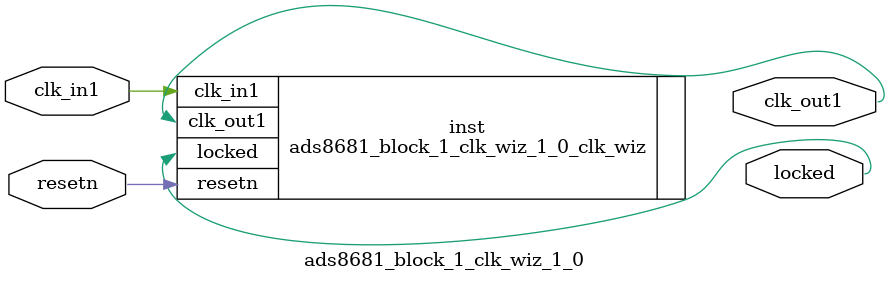
<source format=v>


`timescale 1ps/1ps

(* CORE_GENERATION_INFO = "ads8681_block_1_clk_wiz_1_0,clk_wiz_v6_0_14_0_0,{component_name=ads8681_block_1_clk_wiz_1_0,use_phase_alignment=true,use_min_o_jitter=false,use_max_i_jitter=false,use_dyn_phase_shift=false,use_inclk_switchover=false,use_dyn_reconfig=false,enable_axi=0,feedback_source=FDBK_AUTO,PRIMITIVE=MMCM,num_out_clk=1,clkin1_period=10.000,clkin2_period=10.000,use_power_down=false,use_reset=true,use_locked=true,use_inclk_stopped=false,feedback_type=SINGLE,CLOCK_MGR_TYPE=NA,manual_override=false}" *)

module ads8681_block_1_clk_wiz_1_0 
 (
  // Clock out ports
  output        clk_out1,
  // Status and control signals
  input         resetn,
  output        locked,
 // Clock in ports
  input         clk_in1
 );

  ads8681_block_1_clk_wiz_1_0_clk_wiz inst
  (
  // Clock out ports  
  .clk_out1(clk_out1),
  // Status and control signals               
  .resetn(resetn), 
  .locked(locked),
 // Clock in ports
  .clk_in1(clk_in1)
  );

endmodule

</source>
